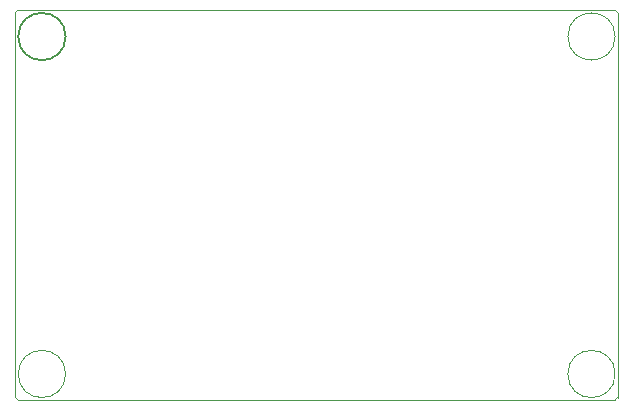
<source format=gbr>
%TF.GenerationSoftware,KiCad,Pcbnew,(5.1.6)-1*%
%TF.CreationDate,2021-10-30T11:54:59+03:00*%
%TF.ProjectId,POWER_SUPPLY,504f5745-525f-4535-9550-504c592e6b69,rev?*%
%TF.SameCoordinates,Original*%
%TF.FileFunction,Profile,NP*%
%FSLAX46Y46*%
G04 Gerber Fmt 4.6, Leading zero omitted, Abs format (unit mm)*
G04 Created by KiCad (PCBNEW (5.1.6)-1) date 2021-10-30 11:54:59*
%MOMM*%
%LPD*%
G01*
G04 APERTURE LIST*
%TA.AperFunction,Profile*%
%ADD10C,0.050000*%
%TD*%
%TA.AperFunction,Profile*%
%ADD11C,0.150000*%
%TD*%
G04 APERTURE END LIST*
D10*
X56197617Y-118984898D02*
G75*
G02*
X55994300Y-118757700I25283J227198D01*
G01*
X106996098Y-118795800D02*
G75*
G02*
X106768900Y-118999117I-227198J25283D01*
G01*
X106794183Y-85993102D02*
G75*
G02*
X106997500Y-86220300I-25283J-227198D01*
G01*
X55995702Y-86207717D02*
G75*
G02*
X56222900Y-86004400I227198J-25283D01*
G01*
X106794183Y-85993102D02*
X105000000Y-86000000D01*
X60240000Y-116800000D02*
G75*
G03*
X60240000Y-116800000I-2000000J0D01*
G01*
D11*
X60240000Y-88230000D02*
G75*
G03*
X60240000Y-88230000I-2000000J0D01*
G01*
D10*
X56222900Y-86004400D02*
X58000000Y-86000000D01*
X56000000Y-88000000D02*
X55995702Y-86207717D01*
X56000000Y-117000000D02*
X56000000Y-88000000D01*
X55994300Y-118757700D02*
X56000000Y-117000000D01*
X58000000Y-119000000D02*
X56197617Y-118984898D01*
X106768900Y-118999000D02*
X58000000Y-119000000D01*
X107000000Y-117000000D02*
X106996098Y-118795683D01*
X106997500Y-86220300D02*
X107000000Y-117000000D01*
X58000000Y-86000000D02*
X105000000Y-86000000D01*
X106770000Y-116800000D02*
G75*
G03*
X106770000Y-116800000I-2000000J0D01*
G01*
X106770000Y-88230000D02*
G75*
G03*
X106770000Y-88230000I-2000000J0D01*
G01*
M02*

</source>
